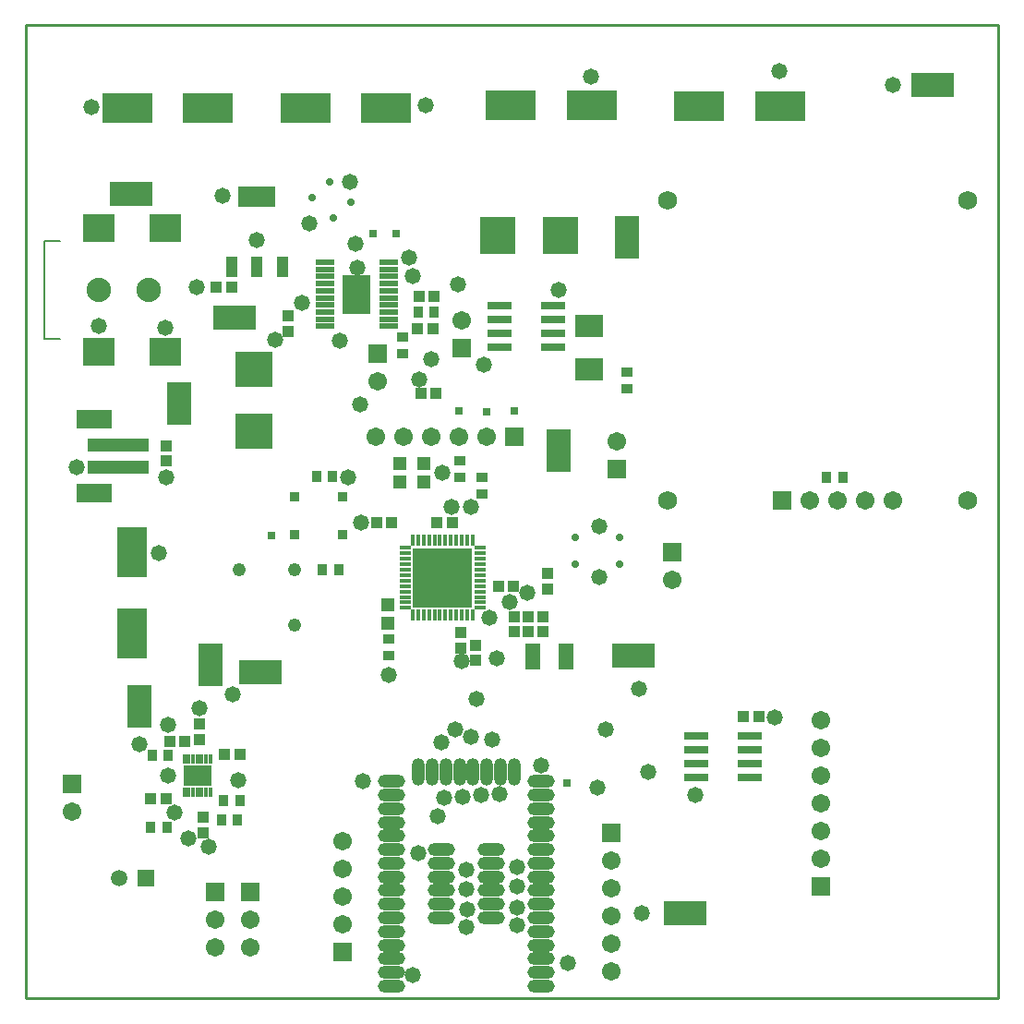
<source format=gts>
G04 Layer_Color=8388736*
%FSLAX25Y25*%
%MOIN*%
G70*
G01*
G75*
%ADD44C,0.01000*%
%ADD47C,0.00800*%
%ADD63R,0.01824X0.04186*%
%ADD64R,0.04186X0.01824*%
%ADD65R,0.21666X0.21666*%
%ADD66R,0.10642X0.18123*%
%ADD67R,0.04300X0.07200*%
%ADD68R,0.13300X0.07200*%
%ADD69R,0.10200X0.14200*%
%ADD70R,0.06600X0.02200*%
%ADD71R,0.08600X0.02900*%
%ADD72R,0.08556X0.03162*%
%ADD73R,0.01800X0.03600*%
%ADD74R,0.09900X0.07500*%
%ADD75R,0.11824X0.10249*%
%ADD76R,0.15761X0.08792*%
%ADD77R,0.08792X0.15761*%
%ADD78R,0.02800X0.02800*%
G04:AMPARAMS|DCode=79|XSize=98.55mil|YSize=47.37mil|CornerRadius=23.68mil|HoleSize=0mil|Usage=FLASHONLY|Rotation=180.000|XOffset=0mil|YOffset=0mil|HoleType=Round|Shape=RoundedRectangle|*
%AMROUNDEDRECTD79*
21,1,0.09855,0.00000,0,0,180.0*
21,1,0.05118,0.04737,0,0,180.0*
1,1,0.04737,-0.02559,0.00000*
1,1,0.04737,0.02559,0.00000*
1,1,0.04737,0.02559,0.00000*
1,1,0.04737,-0.02559,0.00000*
%
%ADD79ROUNDEDRECTD79*%
G04:AMPARAMS|DCode=80|XSize=98.55mil|YSize=47.37mil|CornerRadius=23.68mil|HoleSize=0mil|Usage=FLASHONLY|Rotation=270.000|XOffset=0mil|YOffset=0mil|HoleType=Round|Shape=RoundedRectangle|*
%AMROUNDEDRECTD80*
21,1,0.09855,0.00000,0,0,270.0*
21,1,0.05118,0.04737,0,0,270.0*
1,1,0.04737,0.00000,-0.02559*
1,1,0.04737,0.00000,0.02559*
1,1,0.04737,0.00000,0.02559*
1,1,0.04737,0.00000,-0.02559*
%
%ADD80ROUNDEDRECTD80*%
%ADD81R,0.04343X0.03556*%
%ADD82R,0.04343X0.03950*%
%ADD83R,0.03556X0.04343*%
%ADD84R,0.12611X0.13398*%
%ADD85R,0.13398X0.12611*%
%ADD86R,0.10249X0.07887*%
%ADD87R,0.18123X0.10642*%
%ADD88R,0.03950X0.04343*%
%ADD89R,0.02800X0.02800*%
%ADD90R,0.04737X0.05131*%
%ADD91R,0.03162X0.02768*%
%ADD92R,0.05131X0.04658*%
%ADD93R,0.05328X0.09658*%
%ADD94R,0.22453X0.04737*%
%ADD95R,0.12611X0.07099*%
%ADD96R,0.03556X0.03556*%
%ADD97C,0.08800*%
%ADD98C,0.06706*%
%ADD99R,0.06706X0.06706*%
%ADD100C,0.06800*%
%ADD101C,0.05950*%
%ADD102R,0.05950X0.05950*%
%ADD103C,0.04800*%
%ADD104R,0.06706X0.06706*%
%ADD105C,0.02800*%
%ADD106C,0.05800*%
D44*
X450500Y400D02*
Y351500D01*
X99500Y400D02*
X450500D01*
X99500Y351500D02*
X450500D01*
X99500Y400D02*
Y351500D01*
D47*
X106115Y238283D02*
X112020D01*
X106115Y273717D02*
X112020D01*
X106115Y238283D02*
Y273717D01*
D63*
X260827Y165524D02*
D03*
X258858D02*
D03*
X256890D02*
D03*
X254921D02*
D03*
X252953D02*
D03*
X250984D02*
D03*
X249016D02*
D03*
X247047D02*
D03*
X245079D02*
D03*
X243110D02*
D03*
X241142D02*
D03*
X239173D02*
D03*
Y138476D02*
D03*
X241142D02*
D03*
X243110D02*
D03*
X245079D02*
D03*
X247047D02*
D03*
X249016D02*
D03*
X250984D02*
D03*
X252953D02*
D03*
X254921D02*
D03*
X256890D02*
D03*
X258858D02*
D03*
X260827D02*
D03*
D64*
X236476Y162827D02*
D03*
Y160858D02*
D03*
Y158890D02*
D03*
Y156921D02*
D03*
Y154953D02*
D03*
Y152984D02*
D03*
Y151016D02*
D03*
Y149047D02*
D03*
Y147079D02*
D03*
Y145110D02*
D03*
Y143142D02*
D03*
Y141173D02*
D03*
X263524D02*
D03*
Y143142D02*
D03*
Y145110D02*
D03*
Y147079D02*
D03*
Y149047D02*
D03*
Y151016D02*
D03*
Y152984D02*
D03*
Y154953D02*
D03*
Y156921D02*
D03*
Y158890D02*
D03*
Y160858D02*
D03*
Y162827D02*
D03*
D65*
X250000Y152000D02*
D03*
D66*
X137900Y132033D02*
D03*
Y161167D02*
D03*
D67*
X173900Y264400D02*
D03*
X183000D02*
D03*
X192100D02*
D03*
D68*
X183000Y289600D02*
D03*
D69*
X218900Y254400D02*
D03*
D70*
X207400Y242900D02*
D03*
Y245400D02*
D03*
Y248000D02*
D03*
Y250600D02*
D03*
Y253100D02*
D03*
Y255700D02*
D03*
Y258200D02*
D03*
Y260800D02*
D03*
Y263400D02*
D03*
Y265900D02*
D03*
X230400D02*
D03*
Y263400D02*
D03*
Y260800D02*
D03*
Y258200D02*
D03*
Y255700D02*
D03*
Y253100D02*
D03*
Y250600D02*
D03*
Y248000D02*
D03*
Y245400D02*
D03*
Y242900D02*
D03*
D71*
X270500Y250300D02*
D03*
Y245300D02*
D03*
Y240300D02*
D03*
Y235300D02*
D03*
X289900D02*
D03*
Y240300D02*
D03*
Y245300D02*
D03*
Y250300D02*
D03*
D72*
X341512Y94800D02*
D03*
Y89800D02*
D03*
Y84800D02*
D03*
Y79800D02*
D03*
X361000D02*
D03*
Y84800D02*
D03*
Y89800D02*
D03*
Y94800D02*
D03*
D73*
X166100Y86500D02*
D03*
X164500D02*
D03*
X163000D02*
D03*
X161400D02*
D03*
X159800D02*
D03*
X158300D02*
D03*
X156700D02*
D03*
Y74700D02*
D03*
X158300D02*
D03*
X159800D02*
D03*
X161400D02*
D03*
X163000D02*
D03*
X164500D02*
D03*
X166100D02*
D03*
D74*
X161400Y80600D02*
D03*
D75*
X149816Y233559D02*
D03*
Y278441D02*
D03*
X125800Y233559D02*
D03*
Y278441D02*
D03*
D76*
X137500Y290600D02*
D03*
X337500Y31000D02*
D03*
X318900Y124000D02*
D03*
X427000Y330000D02*
D03*
X184300Y117800D02*
D03*
X175000Y246100D02*
D03*
D77*
X154800Y214900D02*
D03*
X316500Y274900D02*
D03*
X166100Y120600D02*
D03*
X291800Y198000D02*
D03*
X140600Y105700D02*
D03*
D78*
X294900Y78100D02*
D03*
D79*
X285524Y4680D02*
D03*
Y9601D02*
D03*
Y14522D02*
D03*
Y19443D02*
D03*
Y24365D02*
D03*
Y29286D02*
D03*
Y34207D02*
D03*
Y39128D02*
D03*
Y44050D02*
D03*
Y48971D02*
D03*
Y53892D02*
D03*
Y58813D02*
D03*
Y63735D02*
D03*
Y68656D02*
D03*
Y73577D02*
D03*
Y78498D02*
D03*
X231586D02*
D03*
Y73577D02*
D03*
Y68656D02*
D03*
Y63735D02*
D03*
Y58813D02*
D03*
Y53892D02*
D03*
Y48971D02*
D03*
Y44050D02*
D03*
Y39128D02*
D03*
Y34207D02*
D03*
Y29286D02*
D03*
Y24365D02*
D03*
Y19443D02*
D03*
Y14522D02*
D03*
Y9601D02*
D03*
Y4680D02*
D03*
X267610Y29286D02*
D03*
X249500D02*
D03*
X267610Y34207D02*
D03*
X249500D02*
D03*
X267610Y39128D02*
D03*
X249500D02*
D03*
X267610Y44050D02*
D03*
X249500D02*
D03*
X267610Y48971D02*
D03*
X249500D02*
D03*
X267610Y53892D02*
D03*
X249500D02*
D03*
D80*
X275779Y81845D02*
D03*
X270858D02*
D03*
X265937D02*
D03*
X261016D02*
D03*
X256094D02*
D03*
X251173D02*
D03*
X246252D02*
D03*
X241331D02*
D03*
D81*
X256200Y194153D02*
D03*
Y188247D02*
D03*
X316500Y226153D02*
D03*
Y220247D02*
D03*
X230400Y123947D02*
D03*
Y129853D02*
D03*
X235500Y238953D02*
D03*
Y233047D02*
D03*
X264100Y182247D02*
D03*
Y188153D02*
D03*
D82*
X262000Y127756D02*
D03*
Y122244D02*
D03*
X150300Y199756D02*
D03*
Y194244D02*
D03*
X162300Y99212D02*
D03*
Y93700D02*
D03*
X163500Y59944D02*
D03*
Y65456D02*
D03*
X286100Y132544D02*
D03*
Y138056D02*
D03*
X280800Y132444D02*
D03*
Y137956D02*
D03*
X275800Y132444D02*
D03*
Y137956D02*
D03*
X256500Y132256D02*
D03*
Y126744D02*
D03*
X194300Y240944D02*
D03*
Y246456D02*
D03*
X288000Y153456D02*
D03*
Y147944D02*
D03*
D83*
X246953Y248000D02*
D03*
X241047D02*
D03*
X170847Y71700D02*
D03*
X176753D02*
D03*
X170100Y64600D02*
D03*
X176005D02*
D03*
X150505Y61800D02*
D03*
X144600D02*
D03*
X204447Y188500D02*
D03*
X210353D02*
D03*
X388647Y188400D02*
D03*
X394553D02*
D03*
X212453Y155000D02*
D03*
X206547D02*
D03*
X145047Y88000D02*
D03*
X150953D02*
D03*
D84*
X270000Y275600D02*
D03*
X292598D02*
D03*
D85*
X181700Y204802D02*
D03*
Y227400D02*
D03*
D86*
X302700Y227128D02*
D03*
Y243072D02*
D03*
D87*
X274600Y322600D02*
D03*
X303734D02*
D03*
X342633Y322200D02*
D03*
X371767D02*
D03*
X200533Y321500D02*
D03*
X229667D02*
D03*
X165167Y321700D02*
D03*
X136033D02*
D03*
D88*
X241500Y253500D02*
D03*
X247012D02*
D03*
X171344Y88300D02*
D03*
X176856D02*
D03*
X156956Y92900D02*
D03*
X151444D02*
D03*
X150112Y72300D02*
D03*
X144600D02*
D03*
X358644Y102100D02*
D03*
X364156D02*
D03*
X231556Y171800D02*
D03*
X226044D02*
D03*
X275600Y149100D02*
D03*
X270088D02*
D03*
X247900Y171800D02*
D03*
X253412D02*
D03*
X246512Y242000D02*
D03*
X241000D02*
D03*
X173856Y256900D02*
D03*
X168344D02*
D03*
X247556Y218500D02*
D03*
X242044D02*
D03*
D89*
X275900Y212200D02*
D03*
X266000Y212000D02*
D03*
X255900Y212200D02*
D03*
X188100Y167400D02*
D03*
D90*
X230300Y135507D02*
D03*
Y142200D02*
D03*
D91*
X233234Y276200D02*
D03*
X224966D02*
D03*
D92*
X234669Y186653D02*
D03*
X243331D02*
D03*
Y193347D02*
D03*
X234669D02*
D03*
D93*
X294406Y123500D02*
D03*
X282594D02*
D03*
D94*
X132958Y191949D02*
D03*
Y199823D02*
D03*
D95*
X124100Y209272D02*
D03*
Y182500D02*
D03*
D96*
X196440Y181390D02*
D03*
X213960D02*
D03*
Y167610D02*
D03*
X196440D02*
D03*
D97*
X143800Y256000D02*
D03*
X125800D02*
D03*
D98*
X386400Y60700D02*
D03*
Y50700D02*
D03*
Y70700D02*
D03*
Y80700D02*
D03*
Y90700D02*
D03*
Y100700D02*
D03*
X313000Y201200D02*
D03*
X257000Y245000D02*
D03*
X332776Y151181D02*
D03*
X310900Y9800D02*
D03*
Y19800D02*
D03*
Y29800D02*
D03*
Y39800D02*
D03*
Y49800D02*
D03*
X180600Y18700D02*
D03*
Y28700D02*
D03*
X167700Y18700D02*
D03*
Y28700D02*
D03*
X412400Y180020D02*
D03*
X402400D02*
D03*
X392400D02*
D03*
X382400D02*
D03*
X213900Y27000D02*
D03*
Y37000D02*
D03*
Y47000D02*
D03*
Y57000D02*
D03*
X226000Y203000D02*
D03*
X236000D02*
D03*
X246000D02*
D03*
X256000D02*
D03*
X266000D02*
D03*
X226500Y223000D02*
D03*
X116300Y67700D02*
D03*
D99*
X386400Y40700D02*
D03*
X313000Y191200D02*
D03*
X257000Y235000D02*
D03*
X332776Y161181D02*
D03*
X310900Y59800D02*
D03*
X180600Y38700D02*
D03*
X167700D02*
D03*
X213900Y17000D02*
D03*
X226500Y233000D02*
D03*
X116300Y77700D02*
D03*
D100*
X331299Y180020D02*
D03*
Y288287D02*
D03*
X439567D02*
D03*
Y180020D02*
D03*
D101*
X133057Y43500D02*
D03*
D102*
X142900D02*
D03*
D103*
X176600Y154900D02*
D03*
X196600D02*
D03*
Y134900D02*
D03*
D104*
X372400Y180020D02*
D03*
X276000Y203000D02*
D03*
D105*
X242300Y143400D02*
D03*
Y146200D02*
D03*
Y151900D02*
D03*
Y149100D02*
D03*
Y157700D02*
D03*
Y160500D02*
D03*
Y154800D02*
D03*
X244800Y143400D02*
D03*
Y146200D02*
D03*
Y151900D02*
D03*
Y149100D02*
D03*
Y157700D02*
D03*
Y160500D02*
D03*
Y154800D02*
D03*
X247400Y143500D02*
D03*
Y146300D02*
D03*
Y152000D02*
D03*
Y149200D02*
D03*
Y157800D02*
D03*
Y160600D02*
D03*
Y154900D02*
D03*
X250100Y143500D02*
D03*
Y146300D02*
D03*
Y152000D02*
D03*
Y149200D02*
D03*
Y157800D02*
D03*
Y160600D02*
D03*
Y154900D02*
D03*
X252700Y143500D02*
D03*
Y146300D02*
D03*
Y152000D02*
D03*
Y149200D02*
D03*
Y157800D02*
D03*
Y160600D02*
D03*
Y154900D02*
D03*
X255400Y143600D02*
D03*
Y146400D02*
D03*
Y152100D02*
D03*
Y149300D02*
D03*
Y157900D02*
D03*
Y160700D02*
D03*
Y155000D02*
D03*
X258400D02*
D03*
Y160700D02*
D03*
Y157900D02*
D03*
Y149300D02*
D03*
Y152100D02*
D03*
Y146400D02*
D03*
Y143600D02*
D03*
X203000Y289400D02*
D03*
X210400Y282000D02*
D03*
X216700Y287700D02*
D03*
X209100Y295000D02*
D03*
X313700Y156800D02*
D03*
X297800Y157000D02*
D03*
X313700Y166500D02*
D03*
X298000Y166600D02*
D03*
D106*
X147600Y160900D02*
D03*
X176300Y79000D02*
D03*
X260100Y177700D02*
D03*
X254500Y97400D02*
D03*
X241600Y223500D02*
D03*
X220100Y214600D02*
D03*
X320800Y112000D02*
D03*
X324300Y81800D02*
D03*
X341300Y73500D02*
D03*
X174200Y110100D02*
D03*
X239200Y260800D02*
D03*
X140600Y91800D02*
D03*
X306600Y152400D02*
D03*
Y170500D02*
D03*
X220400Y172100D02*
D03*
X158200Y58100D02*
D03*
X262300Y108400D02*
D03*
X308700Y97400D02*
D03*
X241100Y52600D02*
D03*
X165600Y55100D02*
D03*
X246000Y231000D02*
D03*
X149816Y242416D02*
D03*
X126000Y243000D02*
D03*
X123300Y322000D02*
D03*
X371400Y334800D02*
D03*
X303500Y333100D02*
D03*
X239300Y8500D02*
D03*
X295200Y12900D02*
D03*
X412500Y330000D02*
D03*
X265000Y229000D02*
D03*
X213000Y237500D02*
D03*
X218366Y272500D02*
D03*
X255500Y258000D02*
D03*
X238000Y267500D02*
D03*
X244000Y322500D02*
D03*
X257000Y122000D02*
D03*
X269500Y123000D02*
D03*
X267000Y137500D02*
D03*
X202000Y280000D02*
D03*
X151000Y80500D02*
D03*
X258700Y32200D02*
D03*
X258600Y39500D02*
D03*
Y46500D02*
D03*
Y25900D02*
D03*
X221298Y78498D02*
D03*
X230500Y116800D02*
D03*
X274200Y143300D02*
D03*
X280500Y146500D02*
D03*
X150900Y98800D02*
D03*
X162300Y105000D02*
D03*
X369700Y101600D02*
D03*
X305700Y76400D02*
D03*
X257200Y73100D02*
D03*
X260100Y94500D02*
D03*
X249600Y92500D02*
D03*
X250400Y72500D02*
D03*
X270400Y73800D02*
D03*
X264000Y73600D02*
D03*
X248100Y66100D02*
D03*
X285400Y84300D02*
D03*
X153200Y67200D02*
D03*
X291800Y255800D02*
D03*
X276800Y26500D02*
D03*
Y33100D02*
D03*
X277000Y40500D02*
D03*
Y47700D02*
D03*
X117951Y191949D02*
D03*
X150300Y188200D02*
D03*
X267700Y93600D02*
D03*
X183000Y274000D02*
D03*
X219200Y263800D02*
D03*
X322000Y31000D02*
D03*
X216500Y295000D02*
D03*
X170400Y289900D02*
D03*
X161200Y256800D02*
D03*
X250000Y190000D02*
D03*
X253300Y177650D02*
D03*
X199300Y251200D02*
D03*
X189500Y237900D02*
D03*
X215900Y188400D02*
D03*
M02*

</source>
